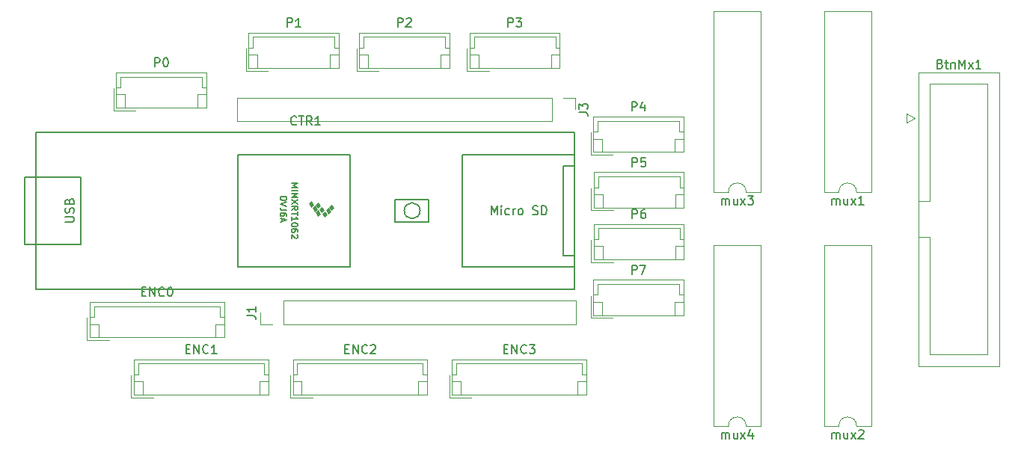
<source format=gbr>
%TF.GenerationSoftware,KiCad,Pcbnew,(5.1.7-0-10_14)*%
%TF.CreationDate,2020-11-02T21:12:23+01:00*%
%TF.ProjectId,controller_motion_pcb,636f6e74-726f-46c6-9c65-725f6d6f7469,rev?*%
%TF.SameCoordinates,Original*%
%TF.FileFunction,Legend,Top*%
%TF.FilePolarity,Positive*%
%FSLAX46Y46*%
G04 Gerber Fmt 4.6, Leading zero omitted, Abs format (unit mm)*
G04 Created by KiCad (PCBNEW (5.1.7-0-10_14)) date 2020-11-02 21:12:23*
%MOMM*%
%LPD*%
G01*
G04 APERTURE LIST*
%ADD10C,0.150000*%
%ADD11C,0.100000*%
%ADD12C,0.120000*%
G04 APERTURE END LIST*
D10*
%TO.C,CTR1*%
X123788027Y-58965001D02*
G75*
G03*
X123788027Y-58965001I-898026J0D01*
G01*
X103205001Y-52615001D02*
X103205001Y-65315001D01*
X115905001Y-52615001D02*
X103205001Y-52615001D01*
X115905001Y-65315001D02*
X115905001Y-52615001D01*
X103205001Y-65315001D02*
X115905001Y-65315001D01*
X120985001Y-57695001D02*
X124795001Y-57695001D01*
X120985001Y-60235001D02*
X120985001Y-57695001D01*
X124795001Y-60235001D02*
X120985001Y-60235001D01*
X124795001Y-57695001D02*
X124795001Y-60235001D01*
X140035001Y-64045001D02*
X141305001Y-64045001D01*
X140035001Y-53885001D02*
X140035001Y-64045001D01*
X141305001Y-53885001D02*
X140035001Y-53885001D01*
X128605001Y-65315001D02*
X141305001Y-65315001D01*
X128605001Y-52615001D02*
X128605001Y-65315001D01*
X141305001Y-52615001D02*
X128605001Y-52615001D01*
X80345001Y-62775001D02*
X79075001Y-62775001D01*
X79075001Y-62775001D02*
X79075001Y-55155001D01*
X79075001Y-55155001D02*
X80345001Y-55155001D01*
X85425001Y-62775001D02*
X85425001Y-55155001D01*
X85425001Y-55155001D02*
X80345001Y-55155001D01*
X85425001Y-62775001D02*
X80345001Y-62775001D01*
X80345001Y-50075001D02*
X141305001Y-50075001D01*
X141305001Y-50075001D02*
X141305001Y-67855001D01*
X141305001Y-67855001D02*
X80345001Y-67855001D01*
X80345001Y-67855001D02*
X80345001Y-50075001D01*
D11*
G36*
X113260001Y-59420001D02*
G01*
X113006001Y-59674001D01*
X112752001Y-59293001D01*
X113006001Y-59039001D01*
X113260001Y-59420001D01*
G37*
X113260001Y-59420001D02*
X113006001Y-59674001D01*
X112752001Y-59293001D01*
X113006001Y-59039001D01*
X113260001Y-59420001D01*
G36*
X112879001Y-58912001D02*
G01*
X112625001Y-59166001D01*
X112371001Y-58785001D01*
X112625001Y-58531001D01*
X112879001Y-58912001D01*
G37*
X112879001Y-58912001D02*
X112625001Y-59166001D01*
X112371001Y-58785001D01*
X112625001Y-58531001D01*
X112879001Y-58912001D01*
G36*
X112498001Y-58404001D02*
G01*
X112244001Y-58658001D01*
X111990001Y-58277001D01*
X112244001Y-58023001D01*
X112498001Y-58404001D01*
G37*
X112498001Y-58404001D02*
X112244001Y-58658001D01*
X111990001Y-58277001D01*
X112244001Y-58023001D01*
X112498001Y-58404001D01*
G36*
X112498001Y-59293001D02*
G01*
X112244001Y-59547001D01*
X111990001Y-59166001D01*
X112244001Y-58912001D01*
X112498001Y-59293001D01*
G37*
X112498001Y-59293001D02*
X112244001Y-59547001D01*
X111990001Y-59166001D01*
X112244001Y-58912001D01*
X112498001Y-59293001D01*
G36*
X112117001Y-58785001D02*
G01*
X111863001Y-59039001D01*
X111609001Y-58658001D01*
X111863001Y-58404001D01*
X112117001Y-58785001D01*
G37*
X112117001Y-58785001D02*
X111863001Y-59039001D01*
X111609001Y-58658001D01*
X111863001Y-58404001D01*
X112117001Y-58785001D01*
G36*
X111736001Y-58277001D02*
G01*
X111482001Y-58531001D01*
X111228001Y-58150001D01*
X111482001Y-57896001D01*
X111736001Y-58277001D01*
G37*
X111736001Y-58277001D02*
X111482001Y-58531001D01*
X111228001Y-58150001D01*
X111482001Y-57896001D01*
X111736001Y-58277001D01*
G36*
X113641001Y-59039001D02*
G01*
X113387001Y-59293001D01*
X113133001Y-58912001D01*
X113387001Y-58658001D01*
X113641001Y-59039001D01*
G37*
X113641001Y-59039001D02*
X113387001Y-59293001D01*
X113133001Y-58912001D01*
X113387001Y-58658001D01*
X113641001Y-59039001D01*
G36*
X114022001Y-58658001D02*
G01*
X113768001Y-58912001D01*
X113514001Y-58531001D01*
X113768001Y-58277001D01*
X114022001Y-58658001D01*
G37*
X114022001Y-58658001D02*
X113768001Y-58912001D01*
X113514001Y-58531001D01*
X113768001Y-58277001D01*
X114022001Y-58658001D01*
D12*
%TO.C,BtnMx1*%
X180210000Y-43290000D02*
X189330000Y-43290000D01*
X189330000Y-43290000D02*
X189330000Y-76570000D01*
X189330000Y-76570000D02*
X180210000Y-76570000D01*
X180210000Y-76570000D02*
X180210000Y-43290000D01*
X180210000Y-57880000D02*
X181520000Y-57880000D01*
X181520000Y-57880000D02*
X181520000Y-44590000D01*
X181520000Y-44590000D02*
X188020000Y-44590000D01*
X188020000Y-44590000D02*
X188020000Y-75270000D01*
X188020000Y-75270000D02*
X181520000Y-75270000D01*
X181520000Y-75270000D02*
X181520000Y-61980000D01*
X181520000Y-61980000D02*
X181520000Y-61980000D01*
X181520000Y-61980000D02*
X180210000Y-61980000D01*
X179820000Y-48500000D02*
X178820000Y-48000000D01*
X178820000Y-48000000D02*
X178820000Y-49000000D01*
X178820000Y-49000000D02*
X179820000Y-48500000D01*
%TO.C,ENC0*%
X86390000Y-69290000D02*
X86390000Y-73310000D01*
X86390000Y-73310000D02*
X101610000Y-73310000D01*
X101610000Y-73310000D02*
X101610000Y-69290000D01*
X101610000Y-69290000D02*
X86390000Y-69290000D01*
X86390000Y-71000000D02*
X86890000Y-71000000D01*
X86890000Y-71000000D02*
X86890000Y-69790000D01*
X86890000Y-69790000D02*
X101110000Y-69790000D01*
X101110000Y-69790000D02*
X101110000Y-71000000D01*
X101110000Y-71000000D02*
X101610000Y-71000000D01*
X86390000Y-71810000D02*
X87390000Y-71810000D01*
X87390000Y-71810000D02*
X87390000Y-73310000D01*
X101610000Y-71810000D02*
X100610000Y-71810000D01*
X100610000Y-71810000D02*
X100610000Y-73310000D01*
X86090000Y-71110000D02*
X86090000Y-73610000D01*
X86090000Y-73610000D02*
X88590000Y-73610000D01*
%TO.C,ENC1*%
X91090000Y-80110000D02*
X93590000Y-80110000D01*
X91090000Y-77610000D02*
X91090000Y-80110000D01*
X105610000Y-78310000D02*
X105610000Y-79810000D01*
X106610000Y-78310000D02*
X105610000Y-78310000D01*
X92390000Y-78310000D02*
X92390000Y-79810000D01*
X91390000Y-78310000D02*
X92390000Y-78310000D01*
X106110000Y-77500000D02*
X106610000Y-77500000D01*
X106110000Y-76290000D02*
X106110000Y-77500000D01*
X91890000Y-76290000D02*
X106110000Y-76290000D01*
X91890000Y-77500000D02*
X91890000Y-76290000D01*
X91390000Y-77500000D02*
X91890000Y-77500000D01*
X106610000Y-75790000D02*
X91390000Y-75790000D01*
X106610000Y-79810000D02*
X106610000Y-75790000D01*
X91390000Y-79810000D02*
X106610000Y-79810000D01*
X91390000Y-75790000D02*
X91390000Y-79810000D01*
%TO.C,ENC2*%
X109390000Y-75790000D02*
X109390000Y-79810000D01*
X109390000Y-79810000D02*
X124610000Y-79810000D01*
X124610000Y-79810000D02*
X124610000Y-75790000D01*
X124610000Y-75790000D02*
X109390000Y-75790000D01*
X109390000Y-77500000D02*
X109890000Y-77500000D01*
X109890000Y-77500000D02*
X109890000Y-76290000D01*
X109890000Y-76290000D02*
X124110000Y-76290000D01*
X124110000Y-76290000D02*
X124110000Y-77500000D01*
X124110000Y-77500000D02*
X124610000Y-77500000D01*
X109390000Y-78310000D02*
X110390000Y-78310000D01*
X110390000Y-78310000D02*
X110390000Y-79810000D01*
X124610000Y-78310000D02*
X123610000Y-78310000D01*
X123610000Y-78310000D02*
X123610000Y-79810000D01*
X109090000Y-77610000D02*
X109090000Y-80110000D01*
X109090000Y-80110000D02*
X111590000Y-80110000D01*
%TO.C,ENC3*%
X127090000Y-80110000D02*
X129590000Y-80110000D01*
X127090000Y-77610000D02*
X127090000Y-80110000D01*
X141610000Y-78310000D02*
X141610000Y-79810000D01*
X142610000Y-78310000D02*
X141610000Y-78310000D01*
X128390000Y-78310000D02*
X128390000Y-79810000D01*
X127390000Y-78310000D02*
X128390000Y-78310000D01*
X142110000Y-77500000D02*
X142610000Y-77500000D01*
X142110000Y-76290000D02*
X142110000Y-77500000D01*
X127890000Y-76290000D02*
X142110000Y-76290000D01*
X127890000Y-77500000D02*
X127890000Y-76290000D01*
X127390000Y-77500000D02*
X127890000Y-77500000D01*
X142610000Y-75790000D02*
X127390000Y-75790000D01*
X142610000Y-79810000D02*
X142610000Y-75790000D01*
X127390000Y-79810000D02*
X142610000Y-79810000D01*
X127390000Y-75790000D02*
X127390000Y-79810000D01*
%TO.C,J1*%
X141410000Y-71830000D02*
X141410000Y-69170000D01*
X108330000Y-71830000D02*
X141410000Y-71830000D01*
X108330000Y-69170000D02*
X141410000Y-69170000D01*
X108330000Y-71830000D02*
X108330000Y-69170000D01*
X107060000Y-71830000D02*
X105730000Y-71830000D01*
X105730000Y-71830000D02*
X105730000Y-70500000D01*
%TO.C,J3*%
X103110000Y-46170000D02*
X103110000Y-48830000D01*
X138730000Y-46170000D02*
X103110000Y-46170000D01*
X138730000Y-48830000D02*
X103110000Y-48830000D01*
X138730000Y-46170000D02*
X138730000Y-48830000D01*
X140000000Y-46170000D02*
X141330000Y-46170000D01*
X141330000Y-46170000D02*
X141330000Y-47500000D01*
%TO.C,mux1*%
X173190000Y-56830000D02*
X174840000Y-56830000D01*
X174840000Y-56830000D02*
X174840000Y-36390000D01*
X174840000Y-36390000D02*
X169540000Y-36390000D01*
X169540000Y-36390000D02*
X169540000Y-56830000D01*
X169540000Y-56830000D02*
X171190000Y-56830000D01*
X171190000Y-56830000D02*
G75*
G02*
X173190000Y-56830000I1000000J0D01*
G01*
%TO.C,mux2*%
X169540000Y-83330000D02*
X171190000Y-83330000D01*
X169540000Y-62890000D02*
X169540000Y-83330000D01*
X174840000Y-62890000D02*
X169540000Y-62890000D01*
X174840000Y-83330000D02*
X174840000Y-62890000D01*
X173190000Y-83330000D02*
X174840000Y-83330000D01*
X171190000Y-83330000D02*
G75*
G02*
X173190000Y-83330000I1000000J0D01*
G01*
%TO.C,mux3*%
X160690000Y-56830000D02*
X162340000Y-56830000D01*
X162340000Y-56830000D02*
X162340000Y-36390000D01*
X162340000Y-36390000D02*
X157040000Y-36390000D01*
X157040000Y-36390000D02*
X157040000Y-56830000D01*
X157040000Y-56830000D02*
X158690000Y-56830000D01*
X158690000Y-56830000D02*
G75*
G02*
X160690000Y-56830000I1000000J0D01*
G01*
%TO.C,mux4*%
X157040000Y-83330000D02*
X158690000Y-83330000D01*
X157040000Y-62890000D02*
X157040000Y-83330000D01*
X162340000Y-62890000D02*
X157040000Y-62890000D01*
X162340000Y-83330000D02*
X162340000Y-62890000D01*
X160690000Y-83330000D02*
X162340000Y-83330000D01*
X158690000Y-83330000D02*
G75*
G02*
X160690000Y-83330000I1000000J0D01*
G01*
%TO.C,P0*%
X89390000Y-43290000D02*
X89390000Y-47310000D01*
X89390000Y-47310000D02*
X99610000Y-47310000D01*
X99610000Y-47310000D02*
X99610000Y-43290000D01*
X99610000Y-43290000D02*
X89390000Y-43290000D01*
X89390000Y-45000000D02*
X89890000Y-45000000D01*
X89890000Y-45000000D02*
X89890000Y-43790000D01*
X89890000Y-43790000D02*
X99110000Y-43790000D01*
X99110000Y-43790000D02*
X99110000Y-45000000D01*
X99110000Y-45000000D02*
X99610000Y-45000000D01*
X89390000Y-45810000D02*
X90390000Y-45810000D01*
X90390000Y-45810000D02*
X90390000Y-47310000D01*
X99610000Y-45810000D02*
X98610000Y-45810000D01*
X98610000Y-45810000D02*
X98610000Y-47310000D01*
X89090000Y-45110000D02*
X89090000Y-47610000D01*
X89090000Y-47610000D02*
X91590000Y-47610000D01*
%TO.C,P1*%
X104090000Y-43110000D02*
X106590000Y-43110000D01*
X104090000Y-40610000D02*
X104090000Y-43110000D01*
X113610000Y-41310000D02*
X113610000Y-42810000D01*
X114610000Y-41310000D02*
X113610000Y-41310000D01*
X105390000Y-41310000D02*
X105390000Y-42810000D01*
X104390000Y-41310000D02*
X105390000Y-41310000D01*
X114110000Y-40500000D02*
X114610000Y-40500000D01*
X114110000Y-39290000D02*
X114110000Y-40500000D01*
X104890000Y-39290000D02*
X114110000Y-39290000D01*
X104890000Y-40500000D02*
X104890000Y-39290000D01*
X104390000Y-40500000D02*
X104890000Y-40500000D01*
X114610000Y-38790000D02*
X104390000Y-38790000D01*
X114610000Y-42810000D02*
X114610000Y-38790000D01*
X104390000Y-42810000D02*
X114610000Y-42810000D01*
X104390000Y-38790000D02*
X104390000Y-42810000D01*
%TO.C,P2*%
X116890000Y-38790000D02*
X116890000Y-42810000D01*
X116890000Y-42810000D02*
X127110000Y-42810000D01*
X127110000Y-42810000D02*
X127110000Y-38790000D01*
X127110000Y-38790000D02*
X116890000Y-38790000D01*
X116890000Y-40500000D02*
X117390000Y-40500000D01*
X117390000Y-40500000D02*
X117390000Y-39290000D01*
X117390000Y-39290000D02*
X126610000Y-39290000D01*
X126610000Y-39290000D02*
X126610000Y-40500000D01*
X126610000Y-40500000D02*
X127110000Y-40500000D01*
X116890000Y-41310000D02*
X117890000Y-41310000D01*
X117890000Y-41310000D02*
X117890000Y-42810000D01*
X127110000Y-41310000D02*
X126110000Y-41310000D01*
X126110000Y-41310000D02*
X126110000Y-42810000D01*
X116590000Y-40610000D02*
X116590000Y-43110000D01*
X116590000Y-43110000D02*
X119090000Y-43110000D01*
%TO.C,P3*%
X129090000Y-43110000D02*
X131590000Y-43110000D01*
X129090000Y-40610000D02*
X129090000Y-43110000D01*
X138610000Y-41310000D02*
X138610000Y-42810000D01*
X139610000Y-41310000D02*
X138610000Y-41310000D01*
X130390000Y-41310000D02*
X130390000Y-42810000D01*
X129390000Y-41310000D02*
X130390000Y-41310000D01*
X139110000Y-40500000D02*
X139610000Y-40500000D01*
X139110000Y-39290000D02*
X139110000Y-40500000D01*
X129890000Y-39290000D02*
X139110000Y-39290000D01*
X129890000Y-40500000D02*
X129890000Y-39290000D01*
X129390000Y-40500000D02*
X129890000Y-40500000D01*
X139610000Y-38790000D02*
X129390000Y-38790000D01*
X139610000Y-42810000D02*
X139610000Y-38790000D01*
X129390000Y-42810000D02*
X139610000Y-42810000D01*
X129390000Y-38790000D02*
X129390000Y-42810000D01*
%TO.C,P4*%
X143390000Y-48290000D02*
X143390000Y-52310000D01*
X143390000Y-52310000D02*
X153610000Y-52310000D01*
X153610000Y-52310000D02*
X153610000Y-48290000D01*
X153610000Y-48290000D02*
X143390000Y-48290000D01*
X143390000Y-50000000D02*
X143890000Y-50000000D01*
X143890000Y-50000000D02*
X143890000Y-48790000D01*
X143890000Y-48790000D02*
X153110000Y-48790000D01*
X153110000Y-48790000D02*
X153110000Y-50000000D01*
X153110000Y-50000000D02*
X153610000Y-50000000D01*
X143390000Y-50810000D02*
X144390000Y-50810000D01*
X144390000Y-50810000D02*
X144390000Y-52310000D01*
X153610000Y-50810000D02*
X152610000Y-50810000D01*
X152610000Y-50810000D02*
X152610000Y-52310000D01*
X143090000Y-50110000D02*
X143090000Y-52610000D01*
X143090000Y-52610000D02*
X145590000Y-52610000D01*
%TO.C,P5*%
X143145001Y-58935001D02*
X145645001Y-58935001D01*
X143145001Y-56435001D02*
X143145001Y-58935001D01*
X152665001Y-57135001D02*
X152665001Y-58635001D01*
X153665001Y-57135001D02*
X152665001Y-57135001D01*
X144445001Y-57135001D02*
X144445001Y-58635001D01*
X143445001Y-57135001D02*
X144445001Y-57135001D01*
X153165001Y-56325001D02*
X153665001Y-56325001D01*
X153165001Y-55115001D02*
X153165001Y-56325001D01*
X143945001Y-55115001D02*
X153165001Y-55115001D01*
X143945001Y-56325001D02*
X143945001Y-55115001D01*
X143445001Y-56325001D02*
X143945001Y-56325001D01*
X153665001Y-54615001D02*
X143445001Y-54615001D01*
X153665001Y-58635001D02*
X153665001Y-54615001D01*
X143445001Y-58635001D02*
X153665001Y-58635001D01*
X143445001Y-54615001D02*
X143445001Y-58635001D01*
%TO.C,P6*%
X143445001Y-60465001D02*
X143445001Y-64485001D01*
X143445001Y-64485001D02*
X153665001Y-64485001D01*
X153665001Y-64485001D02*
X153665001Y-60465001D01*
X153665001Y-60465001D02*
X143445001Y-60465001D01*
X143445001Y-62175001D02*
X143945001Y-62175001D01*
X143945001Y-62175001D02*
X143945001Y-60965001D01*
X143945001Y-60965001D02*
X153165001Y-60965001D01*
X153165001Y-60965001D02*
X153165001Y-62175001D01*
X153165001Y-62175001D02*
X153665001Y-62175001D01*
X143445001Y-62985001D02*
X144445001Y-62985001D01*
X144445001Y-62985001D02*
X144445001Y-64485001D01*
X153665001Y-62985001D02*
X152665001Y-62985001D01*
X152665001Y-62985001D02*
X152665001Y-64485001D01*
X143145001Y-62285001D02*
X143145001Y-64785001D01*
X143145001Y-64785001D02*
X145645001Y-64785001D01*
%TO.C,P7*%
X143090000Y-71110000D02*
X145590000Y-71110000D01*
X143090000Y-68610000D02*
X143090000Y-71110000D01*
X152610000Y-69310000D02*
X152610000Y-70810000D01*
X153610000Y-69310000D02*
X152610000Y-69310000D01*
X144390000Y-69310000D02*
X144390000Y-70810000D01*
X143390000Y-69310000D02*
X144390000Y-69310000D01*
X153110000Y-68500000D02*
X153610000Y-68500000D01*
X153110000Y-67290000D02*
X153110000Y-68500000D01*
X143890000Y-67290000D02*
X153110000Y-67290000D01*
X143890000Y-68500000D02*
X143890000Y-67290000D01*
X143390000Y-68500000D02*
X143890000Y-68500000D01*
X153610000Y-66790000D02*
X143390000Y-66790000D01*
X153610000Y-70810000D02*
X153610000Y-66790000D01*
X143390000Y-70810000D02*
X153610000Y-70810000D01*
X143390000Y-66790000D02*
X143390000Y-70810000D01*
%TO.C,CTR1*%
D10*
X109777381Y-49162143D02*
X109729762Y-49209762D01*
X109586905Y-49257381D01*
X109491667Y-49257381D01*
X109348810Y-49209762D01*
X109253572Y-49114524D01*
X109205953Y-49019286D01*
X109158334Y-48828810D01*
X109158334Y-48685953D01*
X109205953Y-48495477D01*
X109253572Y-48400239D01*
X109348810Y-48305001D01*
X109491667Y-48257381D01*
X109586905Y-48257381D01*
X109729762Y-48305001D01*
X109777381Y-48352620D01*
X110063096Y-48257381D02*
X110634524Y-48257381D01*
X110348810Y-49257381D02*
X110348810Y-48257381D01*
X111539286Y-49257381D02*
X111205953Y-48781191D01*
X110967858Y-49257381D02*
X110967858Y-48257381D01*
X111348810Y-48257381D01*
X111444048Y-48305001D01*
X111491667Y-48352620D01*
X111539286Y-48447858D01*
X111539286Y-48590715D01*
X111491667Y-48685953D01*
X111444048Y-48733572D01*
X111348810Y-48781191D01*
X110967858Y-48781191D01*
X112491667Y-49257381D02*
X111920239Y-49257381D01*
X112205953Y-49257381D02*
X112205953Y-48257381D01*
X112110715Y-48400239D01*
X112015477Y-48495477D01*
X111920239Y-48543096D01*
X83607381Y-60226905D02*
X84416905Y-60226905D01*
X84512143Y-60179286D01*
X84559762Y-60131667D01*
X84607381Y-60036429D01*
X84607381Y-59845953D01*
X84559762Y-59750715D01*
X84512143Y-59703096D01*
X84416905Y-59655477D01*
X83607381Y-59655477D01*
X84559762Y-59226905D02*
X84607381Y-59084048D01*
X84607381Y-58845953D01*
X84559762Y-58750715D01*
X84512143Y-58703096D01*
X84416905Y-58655477D01*
X84321667Y-58655477D01*
X84226429Y-58703096D01*
X84178810Y-58750715D01*
X84131191Y-58845953D01*
X84083572Y-59036429D01*
X84035953Y-59131667D01*
X83988334Y-59179286D01*
X83893096Y-59226905D01*
X83797858Y-59226905D01*
X83702620Y-59179286D01*
X83655001Y-59131667D01*
X83607381Y-59036429D01*
X83607381Y-58798334D01*
X83655001Y-58655477D01*
X84083572Y-57893572D02*
X84131191Y-57750715D01*
X84178810Y-57703096D01*
X84274048Y-57655477D01*
X84416905Y-57655477D01*
X84512143Y-57703096D01*
X84559762Y-57750715D01*
X84607381Y-57845953D01*
X84607381Y-58226905D01*
X83607381Y-58226905D01*
X83607381Y-57893572D01*
X83655001Y-57798334D01*
X83702620Y-57750715D01*
X83797858Y-57703096D01*
X83893096Y-57703096D01*
X83988334Y-57750715D01*
X84035953Y-57798334D01*
X84083572Y-57893572D01*
X84083572Y-58226905D01*
X131835953Y-59417381D02*
X131835953Y-58417381D01*
X132169286Y-59131667D01*
X132502620Y-58417381D01*
X132502620Y-59417381D01*
X132978810Y-59417381D02*
X132978810Y-58750715D01*
X132978810Y-58417381D02*
X132931191Y-58465001D01*
X132978810Y-58512620D01*
X133026429Y-58465001D01*
X132978810Y-58417381D01*
X132978810Y-58512620D01*
X133883572Y-59369762D02*
X133788334Y-59417381D01*
X133597858Y-59417381D01*
X133502620Y-59369762D01*
X133455001Y-59322143D01*
X133407381Y-59226905D01*
X133407381Y-58941191D01*
X133455001Y-58845953D01*
X133502620Y-58798334D01*
X133597858Y-58750715D01*
X133788334Y-58750715D01*
X133883572Y-58798334D01*
X134312143Y-59417381D02*
X134312143Y-58750715D01*
X134312143Y-58941191D02*
X134359762Y-58845953D01*
X134407381Y-58798334D01*
X134502620Y-58750715D01*
X134597858Y-58750715D01*
X135074048Y-59417381D02*
X134978810Y-59369762D01*
X134931191Y-59322143D01*
X134883572Y-59226905D01*
X134883572Y-58941191D01*
X134931191Y-58845953D01*
X134978810Y-58798334D01*
X135074048Y-58750715D01*
X135216905Y-58750715D01*
X135312143Y-58798334D01*
X135359762Y-58845953D01*
X135407381Y-58941191D01*
X135407381Y-59226905D01*
X135359762Y-59322143D01*
X135312143Y-59369762D01*
X135216905Y-59417381D01*
X135074048Y-59417381D01*
X136550239Y-59369762D02*
X136693096Y-59417381D01*
X136931191Y-59417381D01*
X137026429Y-59369762D01*
X137074048Y-59322143D01*
X137121667Y-59226905D01*
X137121667Y-59131667D01*
X137074048Y-59036429D01*
X137026429Y-58988810D01*
X136931191Y-58941191D01*
X136740715Y-58893572D01*
X136645477Y-58845953D01*
X136597858Y-58798334D01*
X136550239Y-58703096D01*
X136550239Y-58607858D01*
X136597858Y-58512620D01*
X136645477Y-58465001D01*
X136740715Y-58417381D01*
X136978810Y-58417381D01*
X137121667Y-58465001D01*
X137550239Y-59417381D02*
X137550239Y-58417381D01*
X137788334Y-58417381D01*
X137931191Y-58465001D01*
X138026429Y-58560239D01*
X138074048Y-58655477D01*
X138121667Y-58845953D01*
X138121667Y-58988810D01*
X138074048Y-59179286D01*
X138026429Y-59274524D01*
X137931191Y-59369762D01*
X137788334Y-59417381D01*
X137550239Y-59417381D01*
X109238334Y-55881667D02*
X109938334Y-55881667D01*
X109438334Y-56115001D01*
X109938334Y-56348334D01*
X109238334Y-56348334D01*
X109238334Y-56681667D02*
X109938334Y-56681667D01*
X109238334Y-57015001D02*
X109938334Y-57015001D01*
X109438334Y-57248334D01*
X109938334Y-57481667D01*
X109238334Y-57481667D01*
X109938334Y-57748334D02*
X109238334Y-58215001D01*
X109938334Y-58215001D02*
X109238334Y-57748334D01*
X109238334Y-58881667D02*
X109571667Y-58648334D01*
X109238334Y-58481667D02*
X109938334Y-58481667D01*
X109938334Y-58748334D01*
X109905001Y-58815001D01*
X109871667Y-58848334D01*
X109805001Y-58881667D01*
X109705001Y-58881667D01*
X109638334Y-58848334D01*
X109605001Y-58815001D01*
X109571667Y-58748334D01*
X109571667Y-58481667D01*
X109938334Y-59081667D02*
X109938334Y-59481667D01*
X109238334Y-59281667D02*
X109938334Y-59281667D01*
X109238334Y-60081667D02*
X109238334Y-59681667D01*
X109238334Y-59881667D02*
X109938334Y-59881667D01*
X109838334Y-59815001D01*
X109771667Y-59748334D01*
X109738334Y-59681667D01*
X109938334Y-60515001D02*
X109938334Y-60581667D01*
X109905001Y-60648334D01*
X109871667Y-60681667D01*
X109805001Y-60715001D01*
X109671667Y-60748334D01*
X109505001Y-60748334D01*
X109371667Y-60715001D01*
X109305001Y-60681667D01*
X109271667Y-60648334D01*
X109238334Y-60581667D01*
X109238334Y-60515001D01*
X109271667Y-60448334D01*
X109305001Y-60415001D01*
X109371667Y-60381667D01*
X109505001Y-60348334D01*
X109671667Y-60348334D01*
X109805001Y-60381667D01*
X109871667Y-60415001D01*
X109905001Y-60448334D01*
X109938334Y-60515001D01*
X109938334Y-61348334D02*
X109938334Y-61215001D01*
X109905001Y-61148334D01*
X109871667Y-61115001D01*
X109771667Y-61048334D01*
X109638334Y-61015001D01*
X109371667Y-61015001D01*
X109305001Y-61048334D01*
X109271667Y-61081667D01*
X109238334Y-61148334D01*
X109238334Y-61281667D01*
X109271667Y-61348334D01*
X109305001Y-61381667D01*
X109371667Y-61415001D01*
X109538334Y-61415001D01*
X109605001Y-61381667D01*
X109638334Y-61348334D01*
X109671667Y-61281667D01*
X109671667Y-61148334D01*
X109638334Y-61081667D01*
X109605001Y-61048334D01*
X109538334Y-61015001D01*
X109871667Y-61681667D02*
X109905001Y-61715001D01*
X109938334Y-61781667D01*
X109938334Y-61948334D01*
X109905001Y-62015001D01*
X109871667Y-62048334D01*
X109805001Y-62081667D01*
X109738334Y-62081667D01*
X109638334Y-62048334D01*
X109238334Y-61648334D01*
X109238334Y-62081667D01*
X107968334Y-57401667D02*
X108668334Y-57401667D01*
X108668334Y-57568334D01*
X108635001Y-57668334D01*
X108568334Y-57735001D01*
X108501667Y-57768334D01*
X108368334Y-57801667D01*
X108268334Y-57801667D01*
X108135001Y-57768334D01*
X108068334Y-57735001D01*
X108001667Y-57668334D01*
X107968334Y-57568334D01*
X107968334Y-57401667D01*
X108668334Y-58001667D02*
X107968334Y-58235001D01*
X108668334Y-58468334D01*
X108668334Y-58901667D02*
X108168334Y-58901667D01*
X108068334Y-58868334D01*
X108001667Y-58801667D01*
X107968334Y-58701667D01*
X107968334Y-58635001D01*
X108668334Y-59535001D02*
X108668334Y-59401667D01*
X108635001Y-59335001D01*
X108601667Y-59301667D01*
X108501667Y-59235001D01*
X108368334Y-59201667D01*
X108101667Y-59201667D01*
X108035001Y-59235001D01*
X108001667Y-59268334D01*
X107968334Y-59335001D01*
X107968334Y-59468334D01*
X108001667Y-59535001D01*
X108035001Y-59568334D01*
X108101667Y-59601667D01*
X108268334Y-59601667D01*
X108335001Y-59568334D01*
X108368334Y-59535001D01*
X108401667Y-59468334D01*
X108401667Y-59335001D01*
X108368334Y-59268334D01*
X108335001Y-59235001D01*
X108268334Y-59201667D01*
X108168334Y-59868334D02*
X108168334Y-60201667D01*
X107968334Y-59801667D02*
X108668334Y-60035001D01*
X107968334Y-60268334D01*
%TO.C,BtnMx1*%
X182650952Y-42328571D02*
X182793809Y-42376190D01*
X182841428Y-42423809D01*
X182889047Y-42519047D01*
X182889047Y-42661904D01*
X182841428Y-42757142D01*
X182793809Y-42804761D01*
X182698571Y-42852380D01*
X182317619Y-42852380D01*
X182317619Y-41852380D01*
X182650952Y-41852380D01*
X182746190Y-41900000D01*
X182793809Y-41947619D01*
X182841428Y-42042857D01*
X182841428Y-42138095D01*
X182793809Y-42233333D01*
X182746190Y-42280952D01*
X182650952Y-42328571D01*
X182317619Y-42328571D01*
X183174761Y-42185714D02*
X183555714Y-42185714D01*
X183317619Y-41852380D02*
X183317619Y-42709523D01*
X183365238Y-42804761D01*
X183460476Y-42852380D01*
X183555714Y-42852380D01*
X183889047Y-42185714D02*
X183889047Y-42852380D01*
X183889047Y-42280952D02*
X183936666Y-42233333D01*
X184031904Y-42185714D01*
X184174761Y-42185714D01*
X184270000Y-42233333D01*
X184317619Y-42328571D01*
X184317619Y-42852380D01*
X184793809Y-42852380D02*
X184793809Y-41852380D01*
X185127142Y-42566666D01*
X185460476Y-41852380D01*
X185460476Y-42852380D01*
X185841428Y-42852380D02*
X186365238Y-42185714D01*
X185841428Y-42185714D02*
X186365238Y-42852380D01*
X187270000Y-42852380D02*
X186698571Y-42852380D01*
X186984285Y-42852380D02*
X186984285Y-41852380D01*
X186889047Y-41995238D01*
X186793809Y-42090476D01*
X186698571Y-42138095D01*
%TO.C,ENC0*%
X92285714Y-68128571D02*
X92619047Y-68128571D01*
X92761904Y-68652380D02*
X92285714Y-68652380D01*
X92285714Y-67652380D01*
X92761904Y-67652380D01*
X93190476Y-68652380D02*
X93190476Y-67652380D01*
X93761904Y-68652380D01*
X93761904Y-67652380D01*
X94809523Y-68557142D02*
X94761904Y-68604761D01*
X94619047Y-68652380D01*
X94523809Y-68652380D01*
X94380952Y-68604761D01*
X94285714Y-68509523D01*
X94238095Y-68414285D01*
X94190476Y-68223809D01*
X94190476Y-68080952D01*
X94238095Y-67890476D01*
X94285714Y-67795238D01*
X94380952Y-67700000D01*
X94523809Y-67652380D01*
X94619047Y-67652380D01*
X94761904Y-67700000D01*
X94809523Y-67747619D01*
X95428571Y-67652380D02*
X95523809Y-67652380D01*
X95619047Y-67700000D01*
X95666666Y-67747619D01*
X95714285Y-67842857D01*
X95761904Y-68033333D01*
X95761904Y-68271428D01*
X95714285Y-68461904D01*
X95666666Y-68557142D01*
X95619047Y-68604761D01*
X95523809Y-68652380D01*
X95428571Y-68652380D01*
X95333333Y-68604761D01*
X95285714Y-68557142D01*
X95238095Y-68461904D01*
X95190476Y-68271428D01*
X95190476Y-68033333D01*
X95238095Y-67842857D01*
X95285714Y-67747619D01*
X95333333Y-67700000D01*
X95428571Y-67652380D01*
%TO.C,ENC1*%
X97285714Y-74628571D02*
X97619047Y-74628571D01*
X97761904Y-75152380D02*
X97285714Y-75152380D01*
X97285714Y-74152380D01*
X97761904Y-74152380D01*
X98190476Y-75152380D02*
X98190476Y-74152380D01*
X98761904Y-75152380D01*
X98761904Y-74152380D01*
X99809523Y-75057142D02*
X99761904Y-75104761D01*
X99619047Y-75152380D01*
X99523809Y-75152380D01*
X99380952Y-75104761D01*
X99285714Y-75009523D01*
X99238095Y-74914285D01*
X99190476Y-74723809D01*
X99190476Y-74580952D01*
X99238095Y-74390476D01*
X99285714Y-74295238D01*
X99380952Y-74200000D01*
X99523809Y-74152380D01*
X99619047Y-74152380D01*
X99761904Y-74200000D01*
X99809523Y-74247619D01*
X100761904Y-75152380D02*
X100190476Y-75152380D01*
X100476190Y-75152380D02*
X100476190Y-74152380D01*
X100380952Y-74295238D01*
X100285714Y-74390476D01*
X100190476Y-74438095D01*
%TO.C,ENC2*%
X115285714Y-74628571D02*
X115619047Y-74628571D01*
X115761904Y-75152380D02*
X115285714Y-75152380D01*
X115285714Y-74152380D01*
X115761904Y-74152380D01*
X116190476Y-75152380D02*
X116190476Y-74152380D01*
X116761904Y-75152380D01*
X116761904Y-74152380D01*
X117809523Y-75057142D02*
X117761904Y-75104761D01*
X117619047Y-75152380D01*
X117523809Y-75152380D01*
X117380952Y-75104761D01*
X117285714Y-75009523D01*
X117238095Y-74914285D01*
X117190476Y-74723809D01*
X117190476Y-74580952D01*
X117238095Y-74390476D01*
X117285714Y-74295238D01*
X117380952Y-74200000D01*
X117523809Y-74152380D01*
X117619047Y-74152380D01*
X117761904Y-74200000D01*
X117809523Y-74247619D01*
X118190476Y-74247619D02*
X118238095Y-74200000D01*
X118333333Y-74152380D01*
X118571428Y-74152380D01*
X118666666Y-74200000D01*
X118714285Y-74247619D01*
X118761904Y-74342857D01*
X118761904Y-74438095D01*
X118714285Y-74580952D01*
X118142857Y-75152380D01*
X118761904Y-75152380D01*
%TO.C,ENC3*%
X133285714Y-74628571D02*
X133619047Y-74628571D01*
X133761904Y-75152380D02*
X133285714Y-75152380D01*
X133285714Y-74152380D01*
X133761904Y-74152380D01*
X134190476Y-75152380D02*
X134190476Y-74152380D01*
X134761904Y-75152380D01*
X134761904Y-74152380D01*
X135809523Y-75057142D02*
X135761904Y-75104761D01*
X135619047Y-75152380D01*
X135523809Y-75152380D01*
X135380952Y-75104761D01*
X135285714Y-75009523D01*
X135238095Y-74914285D01*
X135190476Y-74723809D01*
X135190476Y-74580952D01*
X135238095Y-74390476D01*
X135285714Y-74295238D01*
X135380952Y-74200000D01*
X135523809Y-74152380D01*
X135619047Y-74152380D01*
X135761904Y-74200000D01*
X135809523Y-74247619D01*
X136142857Y-74152380D02*
X136761904Y-74152380D01*
X136428571Y-74533333D01*
X136571428Y-74533333D01*
X136666666Y-74580952D01*
X136714285Y-74628571D01*
X136761904Y-74723809D01*
X136761904Y-74961904D01*
X136714285Y-75057142D01*
X136666666Y-75104761D01*
X136571428Y-75152380D01*
X136285714Y-75152380D01*
X136190476Y-75104761D01*
X136142857Y-75057142D01*
%TO.C,J1*%
X104182380Y-70833333D02*
X104896666Y-70833333D01*
X105039523Y-70880952D01*
X105134761Y-70976190D01*
X105182380Y-71119047D01*
X105182380Y-71214285D01*
X105182380Y-69833333D02*
X105182380Y-70404761D01*
X105182380Y-70119047D02*
X104182380Y-70119047D01*
X104325238Y-70214285D01*
X104420476Y-70309523D01*
X104468095Y-70404761D01*
%TO.C,J3*%
X141782380Y-47833333D02*
X142496666Y-47833333D01*
X142639523Y-47880952D01*
X142734761Y-47976190D01*
X142782380Y-48119047D01*
X142782380Y-48214285D01*
X141782380Y-47452380D02*
X141782380Y-46833333D01*
X142163333Y-47166666D01*
X142163333Y-47023809D01*
X142210952Y-46928571D01*
X142258571Y-46880952D01*
X142353809Y-46833333D01*
X142591904Y-46833333D01*
X142687142Y-46880952D01*
X142734761Y-46928571D01*
X142782380Y-47023809D01*
X142782380Y-47309523D01*
X142734761Y-47404761D01*
X142687142Y-47452380D01*
%TO.C,mux1*%
X170428095Y-58282380D02*
X170428095Y-57615714D01*
X170428095Y-57710952D02*
X170475714Y-57663333D01*
X170570952Y-57615714D01*
X170713809Y-57615714D01*
X170809047Y-57663333D01*
X170856666Y-57758571D01*
X170856666Y-58282380D01*
X170856666Y-57758571D02*
X170904285Y-57663333D01*
X170999523Y-57615714D01*
X171142380Y-57615714D01*
X171237619Y-57663333D01*
X171285238Y-57758571D01*
X171285238Y-58282380D01*
X172190000Y-57615714D02*
X172190000Y-58282380D01*
X171761428Y-57615714D02*
X171761428Y-58139523D01*
X171809047Y-58234761D01*
X171904285Y-58282380D01*
X172047142Y-58282380D01*
X172142380Y-58234761D01*
X172190000Y-58187142D01*
X172570952Y-58282380D02*
X173094761Y-57615714D01*
X172570952Y-57615714D02*
X173094761Y-58282380D01*
X173999523Y-58282380D02*
X173428095Y-58282380D01*
X173713809Y-58282380D02*
X173713809Y-57282380D01*
X173618571Y-57425238D01*
X173523333Y-57520476D01*
X173428095Y-57568095D01*
%TO.C,mux2*%
X170428095Y-84782380D02*
X170428095Y-84115714D01*
X170428095Y-84210952D02*
X170475714Y-84163333D01*
X170570952Y-84115714D01*
X170713809Y-84115714D01*
X170809047Y-84163333D01*
X170856666Y-84258571D01*
X170856666Y-84782380D01*
X170856666Y-84258571D02*
X170904285Y-84163333D01*
X170999523Y-84115714D01*
X171142380Y-84115714D01*
X171237619Y-84163333D01*
X171285238Y-84258571D01*
X171285238Y-84782380D01*
X172190000Y-84115714D02*
X172190000Y-84782380D01*
X171761428Y-84115714D02*
X171761428Y-84639523D01*
X171809047Y-84734761D01*
X171904285Y-84782380D01*
X172047142Y-84782380D01*
X172142380Y-84734761D01*
X172190000Y-84687142D01*
X172570952Y-84782380D02*
X173094761Y-84115714D01*
X172570952Y-84115714D02*
X173094761Y-84782380D01*
X173428095Y-83877619D02*
X173475714Y-83830000D01*
X173570952Y-83782380D01*
X173809047Y-83782380D01*
X173904285Y-83830000D01*
X173951904Y-83877619D01*
X173999523Y-83972857D01*
X173999523Y-84068095D01*
X173951904Y-84210952D01*
X173380476Y-84782380D01*
X173999523Y-84782380D01*
%TO.C,mux3*%
X157928095Y-58282380D02*
X157928095Y-57615714D01*
X157928095Y-57710952D02*
X157975714Y-57663333D01*
X158070952Y-57615714D01*
X158213809Y-57615714D01*
X158309047Y-57663333D01*
X158356666Y-57758571D01*
X158356666Y-58282380D01*
X158356666Y-57758571D02*
X158404285Y-57663333D01*
X158499523Y-57615714D01*
X158642380Y-57615714D01*
X158737619Y-57663333D01*
X158785238Y-57758571D01*
X158785238Y-58282380D01*
X159690000Y-57615714D02*
X159690000Y-58282380D01*
X159261428Y-57615714D02*
X159261428Y-58139523D01*
X159309047Y-58234761D01*
X159404285Y-58282380D01*
X159547142Y-58282380D01*
X159642380Y-58234761D01*
X159690000Y-58187142D01*
X160070952Y-58282380D02*
X160594761Y-57615714D01*
X160070952Y-57615714D02*
X160594761Y-58282380D01*
X160880476Y-57282380D02*
X161499523Y-57282380D01*
X161166190Y-57663333D01*
X161309047Y-57663333D01*
X161404285Y-57710952D01*
X161451904Y-57758571D01*
X161499523Y-57853809D01*
X161499523Y-58091904D01*
X161451904Y-58187142D01*
X161404285Y-58234761D01*
X161309047Y-58282380D01*
X161023333Y-58282380D01*
X160928095Y-58234761D01*
X160880476Y-58187142D01*
%TO.C,mux4*%
X157928095Y-84782380D02*
X157928095Y-84115714D01*
X157928095Y-84210952D02*
X157975714Y-84163333D01*
X158070952Y-84115714D01*
X158213809Y-84115714D01*
X158309047Y-84163333D01*
X158356666Y-84258571D01*
X158356666Y-84782380D01*
X158356666Y-84258571D02*
X158404285Y-84163333D01*
X158499523Y-84115714D01*
X158642380Y-84115714D01*
X158737619Y-84163333D01*
X158785238Y-84258571D01*
X158785238Y-84782380D01*
X159690000Y-84115714D02*
X159690000Y-84782380D01*
X159261428Y-84115714D02*
X159261428Y-84639523D01*
X159309047Y-84734761D01*
X159404285Y-84782380D01*
X159547142Y-84782380D01*
X159642380Y-84734761D01*
X159690000Y-84687142D01*
X160070952Y-84782380D02*
X160594761Y-84115714D01*
X160070952Y-84115714D02*
X160594761Y-84782380D01*
X161404285Y-84115714D02*
X161404285Y-84782380D01*
X161166190Y-83734761D02*
X160928095Y-84449047D01*
X161547142Y-84449047D01*
%TO.C,P0*%
X93761904Y-42652380D02*
X93761904Y-41652380D01*
X94142857Y-41652380D01*
X94238095Y-41700000D01*
X94285714Y-41747619D01*
X94333333Y-41842857D01*
X94333333Y-41985714D01*
X94285714Y-42080952D01*
X94238095Y-42128571D01*
X94142857Y-42176190D01*
X93761904Y-42176190D01*
X94952380Y-41652380D02*
X95047619Y-41652380D01*
X95142857Y-41700000D01*
X95190476Y-41747619D01*
X95238095Y-41842857D01*
X95285714Y-42033333D01*
X95285714Y-42271428D01*
X95238095Y-42461904D01*
X95190476Y-42557142D01*
X95142857Y-42604761D01*
X95047619Y-42652380D01*
X94952380Y-42652380D01*
X94857142Y-42604761D01*
X94809523Y-42557142D01*
X94761904Y-42461904D01*
X94714285Y-42271428D01*
X94714285Y-42033333D01*
X94761904Y-41842857D01*
X94809523Y-41747619D01*
X94857142Y-41700000D01*
X94952380Y-41652380D01*
%TO.C,P1*%
X108761904Y-38152380D02*
X108761904Y-37152380D01*
X109142857Y-37152380D01*
X109238095Y-37200000D01*
X109285714Y-37247619D01*
X109333333Y-37342857D01*
X109333333Y-37485714D01*
X109285714Y-37580952D01*
X109238095Y-37628571D01*
X109142857Y-37676190D01*
X108761904Y-37676190D01*
X110285714Y-38152380D02*
X109714285Y-38152380D01*
X110000000Y-38152380D02*
X110000000Y-37152380D01*
X109904761Y-37295238D01*
X109809523Y-37390476D01*
X109714285Y-37438095D01*
%TO.C,P2*%
X121261904Y-38152380D02*
X121261904Y-37152380D01*
X121642857Y-37152380D01*
X121738095Y-37200000D01*
X121785714Y-37247619D01*
X121833333Y-37342857D01*
X121833333Y-37485714D01*
X121785714Y-37580952D01*
X121738095Y-37628571D01*
X121642857Y-37676190D01*
X121261904Y-37676190D01*
X122214285Y-37247619D02*
X122261904Y-37200000D01*
X122357142Y-37152380D01*
X122595238Y-37152380D01*
X122690476Y-37200000D01*
X122738095Y-37247619D01*
X122785714Y-37342857D01*
X122785714Y-37438095D01*
X122738095Y-37580952D01*
X122166666Y-38152380D01*
X122785714Y-38152380D01*
%TO.C,P3*%
X133761904Y-38152380D02*
X133761904Y-37152380D01*
X134142857Y-37152380D01*
X134238095Y-37200000D01*
X134285714Y-37247619D01*
X134333333Y-37342857D01*
X134333333Y-37485714D01*
X134285714Y-37580952D01*
X134238095Y-37628571D01*
X134142857Y-37676190D01*
X133761904Y-37676190D01*
X134666666Y-37152380D02*
X135285714Y-37152380D01*
X134952380Y-37533333D01*
X135095238Y-37533333D01*
X135190476Y-37580952D01*
X135238095Y-37628571D01*
X135285714Y-37723809D01*
X135285714Y-37961904D01*
X135238095Y-38057142D01*
X135190476Y-38104761D01*
X135095238Y-38152380D01*
X134809523Y-38152380D01*
X134714285Y-38104761D01*
X134666666Y-38057142D01*
%TO.C,P4*%
X147761904Y-47652380D02*
X147761904Y-46652380D01*
X148142857Y-46652380D01*
X148238095Y-46700000D01*
X148285714Y-46747619D01*
X148333333Y-46842857D01*
X148333333Y-46985714D01*
X148285714Y-47080952D01*
X148238095Y-47128571D01*
X148142857Y-47176190D01*
X147761904Y-47176190D01*
X149190476Y-46985714D02*
X149190476Y-47652380D01*
X148952380Y-46604761D02*
X148714285Y-47319047D01*
X149333333Y-47319047D01*
%TO.C,P5*%
X147816905Y-53977381D02*
X147816905Y-52977381D01*
X148197858Y-52977381D01*
X148293096Y-53025001D01*
X148340715Y-53072620D01*
X148388334Y-53167858D01*
X148388334Y-53310715D01*
X148340715Y-53405953D01*
X148293096Y-53453572D01*
X148197858Y-53501191D01*
X147816905Y-53501191D01*
X149293096Y-52977381D02*
X148816905Y-52977381D01*
X148769286Y-53453572D01*
X148816905Y-53405953D01*
X148912143Y-53358334D01*
X149150239Y-53358334D01*
X149245477Y-53405953D01*
X149293096Y-53453572D01*
X149340715Y-53548810D01*
X149340715Y-53786905D01*
X149293096Y-53882143D01*
X149245477Y-53929762D01*
X149150239Y-53977381D01*
X148912143Y-53977381D01*
X148816905Y-53929762D01*
X148769286Y-53882143D01*
%TO.C,P6*%
X147816905Y-59827381D02*
X147816905Y-58827381D01*
X148197858Y-58827381D01*
X148293096Y-58875001D01*
X148340715Y-58922620D01*
X148388334Y-59017858D01*
X148388334Y-59160715D01*
X148340715Y-59255953D01*
X148293096Y-59303572D01*
X148197858Y-59351191D01*
X147816905Y-59351191D01*
X149245477Y-58827381D02*
X149055001Y-58827381D01*
X148959762Y-58875001D01*
X148912143Y-58922620D01*
X148816905Y-59065477D01*
X148769286Y-59255953D01*
X148769286Y-59636905D01*
X148816905Y-59732143D01*
X148864524Y-59779762D01*
X148959762Y-59827381D01*
X149150239Y-59827381D01*
X149245477Y-59779762D01*
X149293096Y-59732143D01*
X149340715Y-59636905D01*
X149340715Y-59398810D01*
X149293096Y-59303572D01*
X149245477Y-59255953D01*
X149150239Y-59208334D01*
X148959762Y-59208334D01*
X148864524Y-59255953D01*
X148816905Y-59303572D01*
X148769286Y-59398810D01*
%TO.C,P7*%
X147761904Y-66152380D02*
X147761904Y-65152380D01*
X148142857Y-65152380D01*
X148238095Y-65200000D01*
X148285714Y-65247619D01*
X148333333Y-65342857D01*
X148333333Y-65485714D01*
X148285714Y-65580952D01*
X148238095Y-65628571D01*
X148142857Y-65676190D01*
X147761904Y-65676190D01*
X148666666Y-65152380D02*
X149333333Y-65152380D01*
X148904761Y-66152380D01*
%TD*%
M02*

</source>
